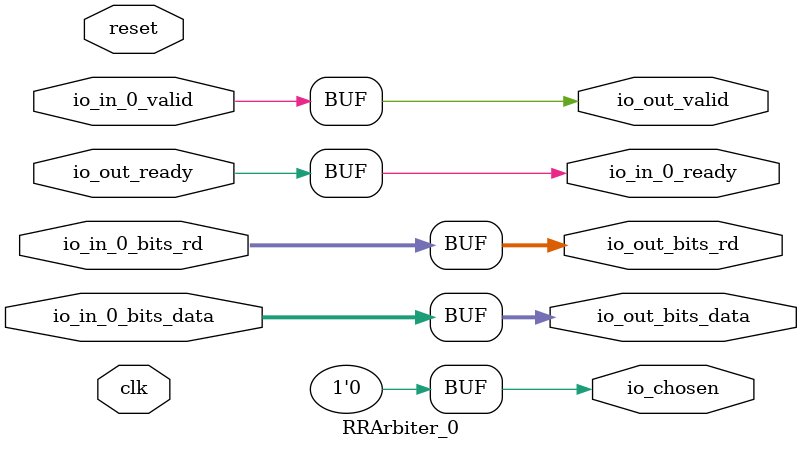
<source format=v>
module RRArbiter_0(	// /tmp/tmp.xnHLggmaJv/11395_OpenABC_leaf_level_verilog_gf12_coyote_RRArbiter_0.cleaned.mlir:2:3
  input         clk,	// /tmp/tmp.xnHLggmaJv/11395_OpenABC_leaf_level_verilog_gf12_coyote_RRArbiter_0.cleaned.mlir:2:29
                reset,	// /tmp/tmp.xnHLggmaJv/11395_OpenABC_leaf_level_verilog_gf12_coyote_RRArbiter_0.cleaned.mlir:2:43
                io_in_0_valid,	// /tmp/tmp.xnHLggmaJv/11395_OpenABC_leaf_level_verilog_gf12_coyote_RRArbiter_0.cleaned.mlir:2:59
  input  [4:0]  io_in_0_bits_rd,	// /tmp/tmp.xnHLggmaJv/11395_OpenABC_leaf_level_verilog_gf12_coyote_RRArbiter_0.cleaned.mlir:2:83
  input  [63:0] io_in_0_bits_data,	// /tmp/tmp.xnHLggmaJv/11395_OpenABC_leaf_level_verilog_gf12_coyote_RRArbiter_0.cleaned.mlir:2:109
  input         io_out_ready,	// /tmp/tmp.xnHLggmaJv/11395_OpenABC_leaf_level_verilog_gf12_coyote_RRArbiter_0.cleaned.mlir:2:138
  output        io_in_0_ready,	// /tmp/tmp.xnHLggmaJv/11395_OpenABC_leaf_level_verilog_gf12_coyote_RRArbiter_0.cleaned.mlir:2:162
                io_out_valid,	// /tmp/tmp.xnHLggmaJv/11395_OpenABC_leaf_level_verilog_gf12_coyote_RRArbiter_0.cleaned.mlir:2:186
  output [4:0]  io_out_bits_rd,	// /tmp/tmp.xnHLggmaJv/11395_OpenABC_leaf_level_verilog_gf12_coyote_RRArbiter_0.cleaned.mlir:2:209
  output [63:0] io_out_bits_data,	// /tmp/tmp.xnHLggmaJv/11395_OpenABC_leaf_level_verilog_gf12_coyote_RRArbiter_0.cleaned.mlir:2:234
  output        io_chosen	// /tmp/tmp.xnHLggmaJv/11395_OpenABC_leaf_level_verilog_gf12_coyote_RRArbiter_0.cleaned.mlir:2:262
);

  assign io_in_0_ready = io_out_ready;	// /tmp/tmp.xnHLggmaJv/11395_OpenABC_leaf_level_verilog_gf12_coyote_RRArbiter_0.cleaned.mlir:4:5
  assign io_out_valid = io_in_0_valid;	// /tmp/tmp.xnHLggmaJv/11395_OpenABC_leaf_level_verilog_gf12_coyote_RRArbiter_0.cleaned.mlir:4:5
  assign io_out_bits_rd = io_in_0_bits_rd;	// /tmp/tmp.xnHLggmaJv/11395_OpenABC_leaf_level_verilog_gf12_coyote_RRArbiter_0.cleaned.mlir:4:5
  assign io_out_bits_data = io_in_0_bits_data;	// /tmp/tmp.xnHLggmaJv/11395_OpenABC_leaf_level_verilog_gf12_coyote_RRArbiter_0.cleaned.mlir:4:5
  assign io_chosen = 1'h0;	// /tmp/tmp.xnHLggmaJv/11395_OpenABC_leaf_level_verilog_gf12_coyote_RRArbiter_0.cleaned.mlir:3:14, :4:5
endmodule


</source>
